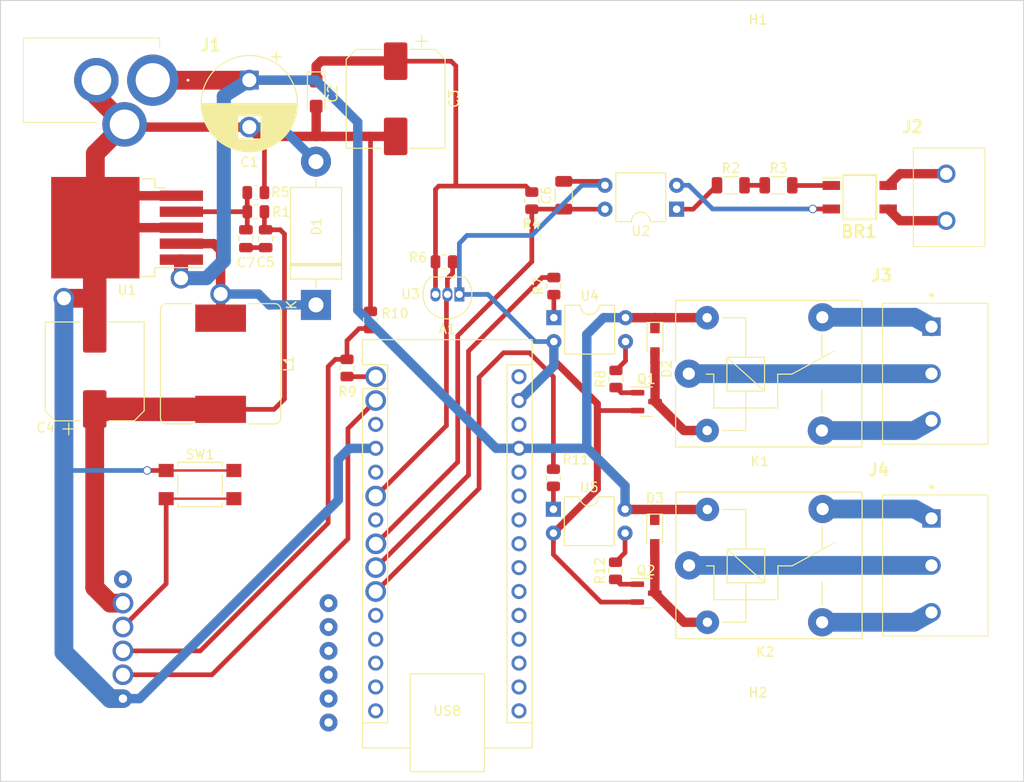
<source format=kicad_pcb>
(kicad_pcb (version 20211014) (generator pcbnew)
  (layers (0 "F.Cu" signal) (31 "B.Cu" signal) (34 "B.Paste" user) (35 "F.Paste" user) (36 "B.SilkS" user "B.Silkscreen") (37 "F.SilkS" user "F.Silkscreen") (38 "B.Mask" user) (39 "F.Mask" user) (44 "Edge.Cuts" user))
  (net 0 "")
  (net 1 "Net-(A1-Pad1)")
  (net 2 "Net-(A1-Pad2)")
  (net 3 "GND")
  (net 4 "Net-(A1-Pad6)")
  (net 5 "Mains_sence")
  (net 6 "Relay_1")
  (net 7 "Relay_2")
  (net 8 "+5V")
  (net 9 "Net-(BR1-Pad1)")
  (net 11 "Net-(BR1-Pad3)")
  (net 12 "Net-(BR1-Pad4)")
  (net 13 "VCC")
  (net 15 "Net-(D1-Pad1)")
  (net 16 "Net-(D2-Pad2)")
  (net 17 "Net-(D3-Pad2)")
  (net 18 "Net-(J3-Pad1)")
  (net 19 "Net-(J3-Pad2)")
  (net 20 "Net-(J3-Pad3)")
  (net 21 "Net-(J4-Pad3)")
  (net 22 "Net-(J4-Pad2)")
  (net 23 "Net-(J4-Pad1)")
  (net 24 "Net-(Q1-Pad1)")
  (net 25 "Net-(Q2-Pad1)")
  (net 27 "Net-(R2-Pad2)")
  (net 28 "Net-(R2-Pad1)")
  (net 29 "Net-(R7-Pad1)")
  (net 30 "Net-(R8-Pad2)")
  (net 32 "Net-(SW1-Pad2)")
  (net 40 "Net-(R11-Pad1)")
  (net 41 "Net-(R12-Pad2)")
  (net 59 "Net-(BR1-Pad2)")
  (net 60 "Net-(C5-Pad2)")
  (net 61 "Net-(C7-Pad2)")
  (net 62 "Net-(R10-Pad2)")
  (footprint "Resistor_SMD:R_1206_3216Metric" (layer "F.Cu") (at 165.256 80.417)
    (fp_text reference "R2" (at 0 -1.82) (layer "F.SilkS"))
    (fp_text value "150k")
    (pad "1" smd roundrect locked (at -1.4625 0) (size 1.125 1.75) (layers "F.Cu" "F.Paste" "F.Mask") (roundrect_rratio 0.2222222222) (net 28 "Net-(R2-Pad1)"))
    (pad "2" smd roundrect locked (at 1.4625 0) (size 1.125 1.75) (layers "F.Cu" "F.Paste" "F.Mask") (roundrect_rratio 0.2222222222) (net 27 "Net-(R2-Pad2)"))
  )
  (footprint "Package_TO_SOT_SMD:SOT-23" (layer "F.Cu") (at 156.247 123.812)
    (fp_text reference "Q2" (at 0 -2.4) (layer "F.SilkS"))
    (fp_text value "MMBT5551L")
    (pad "1" smd roundrect locked (at -0.9375 -0.95) (size 1.475 0.6) (layers "F.Cu" "F.Paste" "F.Mask") (net 25 "Net-(Q2-Pad1)"))
    (pad "2" smd roundrect locked (at -0.9375 0.95) (size 1.475 0.6) (layers "F.Cu" "F.Paste" "F.Mask") (net 3 "GND"))
    (pad "3" smd roundrect locked (at 0.9375 0) (size 1.475 0.6) (layers "F.Cu" "F.Paste" "F.Mask") (net 17 "Net-(D3-Pad2)"))
  )
  (footprint "Capacitor_SMD:C_0805_2012Metric" (layer "F.Cu") (at 115.8 86.1 -90)
    (fp_text reference "C5" (at 2.5 0 180) (layer "F.SilkS"))
    (fp_text value "22nf")
    (pad "1" smd roundrect (at -0.95 0 270) (size 1 1.45) (layers "F.Cu" "F.Paste" "F.Mask") (net 13 "VCC"))
    (pad "2" smd roundrect (at 0.95 0 270) (size 1 1.45) (layers "F.Cu" "F.Paste" "F.Mask") (net 60 "Net-(C5-Pad2)"))
  )
  (footprint "Relay_THT:Relay_SPDT_SANYOU_SRD_Series_Form_C" (layer "F.Cu") (at 160.822 120.862)
    (fp_text reference "K2" (at 8.1 9.2) (layer "F.SilkS"))
    (fp_text value "SANYOU_SRD_Form_C")
    (pad "1" thru_hole circle locked (at 0 0 90) (size 3 3) (drill 1.3) (layers *.Cu *.Mask) (net 22 "Net-(J4-Pad2)"))
    (pad "2" thru_hole circle locked (at 1.95 6.05 90) (size 2.5 2.5) (drill 1) (layers *.Cu *.Mask) (net 17 "Net-(D3-Pad2)"))
    (pad "3" thru_hole circle locked (at 14.15 6.05 90) (size 3 3) (drill 1.3) (layers *.Cu *.Mask) (net 21 "Net-(J4-Pad3)"))
    (pad "4" thru_hole circle locked (at 14.2 -6 90) (size 3 3) (drill 1.3) (layers *.Cu *.Mask) (net 23 "Net-(J4-Pad1)"))
    (pad "5" thru_hole circle locked (at 1.95 -5.95 90) (size 2.5 2.5) (drill 1) (layers *.Cu *.Mask) (net 8 "+5V"))
  )
  (footprint "Relay_THT:Relay_SPDT_SANYOU_SRD_Series_Form_C" (layer "F.Cu") (at 160.797 100.462)
    (fp_text reference "K1" (at 7.55 9.325) (layer "F.SilkS"))
    (fp_text value "SANYOU_SRD_Form_C")
    (pad "1" thru_hole circle locked (at 0 0 90) (size 3 3) (drill 1.3) (layers *.Cu *.Mask) (net 19 "Net-(J3-Pad2)"))
    (pad "2" thru_hole circle locked (at 1.95 6.05 90) (size 2.5 2.5) (drill 1) (layers *.Cu *.Mask) (net 16 "Net-(D2-Pad2)"))
    (pad "3" thru_hole circle locked (at 14.15 6.05 90) (size 3 3) (drill 1.3) (layers *.Cu *.Mask) (net 20 "Net-(J3-Pad3)"))
    (pad "4" thru_hole circle locked (at 14.2 -6 90) (size 3 3) (drill 1.3) (layers *.Cu *.Mask) (net 18 "Net-(J3-Pad1)"))
    (pad "5" thru_hole circle locked (at 1.95 -5.95 90) (size 2.5 2.5) (drill 1) (layers *.Cu *.Mask) (net 8 "+5V"))
  )
  (footprint "Package_TO_SOT_SMD:SOT-23" (layer "F.Cu") (at 156.272 103.437)
    (fp_text reference "Q1" (at 0 -2.4) (layer "F.SilkS"))
    (fp_text value "MMBT5551L")
    (pad "1" smd roundrect locked (at -0.9375 -0.95) (size 1.475 0.6) (layers "F.Cu" "F.Paste" "F.Mask") (net 24 "Net-(Q1-Pad1)"))
    (pad "2" smd roundrect locked (at -0.9375 0.95) (size 1.475 0.6) (layers "F.Cu" "F.Paste" "F.Mask") (net 3 "GND"))
    (pad "3" smd roundrect locked (at 0.9375 0) (size 1.475 0.6) (layers "F.Cu" "F.Paste" "F.Mask") (net 16 "Net-(D2-Pad2)"))
  )
  (footprint "Capacitor_SMD:C_0805_2012Metric" (layer "F.Cu") (at 113.7 86.1 90)
    (fp_text reference "C7" (at -2.55 0 180) (layer "F.SilkS"))
    (fp_text value "47nf")
    (pad "1" smd roundrect locked (at -0.95 0 90) (size 1 1.45) (layers "F.Cu" "F.Paste" "F.Mask") (net 60 "Net-(C5-Pad2)"))
    (pad "2" smd roundrect locked (at 0.95 0 90) (size 1 1.45) (layers "F.Cu" "F.Paste" "F.Mask") (net 61 "Net-(C7-Pad2)"))
  )
  (footprint "Resistor_SMD:R_0805_2012Metric" (layer "F.Cu") (at 146.397 111.537 90)
    (fp_text reference "R11" (at 1.937 2.403 180) (layer "F.SilkS"))
    (fp_text value "330")
    (pad "1" smd roundrect locked (at -0.9125 0 90) (size 1.025 1.4) (layers "F.Cu" "F.Paste" "F.Mask") (roundrect_rratio 0.243902439) (net 40 "Net-(R11-Pad1)"))
    (pad "2" smd roundrect locked (at 0.9125 0 90) (size 1.025 1.4) (layers "F.Cu" "F.Paste" "F.Mask") (roundrect_rratio 0.243902439) (net 7 "Relay_2"))
  )
  (footprint "Resistor_SMD:R_0805_2012Metric" (layer "F.Cu") (at 134.772 88.562)
    (fp_text reference "R6" (at -2.772 -0.462) (layer "F.SilkS"))
    (fp_text value "4.7k")
    (pad "1" smd roundrect locked (at -0.9125 0) (size 1.025 1.4) (layers "F.Cu" "F.Paste" "F.Mask") (roundrect_rratio 0.243902439) (net 8 "+5V"))
    (pad "2" smd roundrect locked (at 0.9125 0) (size 1.025 1.4) (layers "F.Cu" "F.Paste" "F.Mask") (roundrect_rratio 0.243902439) (net 4 "Net-(A1-Pad6)"))
  )
  (footprint "Package_TO_SOT_SMD:TO-263-5_TabPin3" (layer "F.Cu") (at 101.064 84.928 180)
    (fp_text reference "U1" (at 0 -6.65) (layer "F.SilkS"))
    (fp_text value "LM2596S-ADJ")
    (pad "1" smd rect locked (at -5.775 -3.4 180) (size 4.6 1.1) (layers "F.Cu" "F.Paste" "F.Mask") (net 8 "+5V"))
    (pad "2" smd rect locked (at -5.775 -1.7 180) (size 4.6 1.1) (layers "F.Cu" "F.Paste" "F.Mask") (net 15 "Net-(D1-Pad1)"))
    (pad "3" smd rect locked (at 3.375 0 180) (size 9.4 10.8) (layers "F.Cu" "F.Mask") (net 3 "GND"))
    (pad "3" smd rect locked (at -5.775 0 180) (size 4.6 1.1) (layers "F.Cu" "F.Paste" "F.Mask") (net 3 "GND"))
    (pad "4" smd rect locked (at -5.775 1.7 180) (size 4.6 1.1) (layers "F.Cu" "F.Paste" "F.Mask") (net 61 "Net-(C7-Pad2)"))
    (pad "5" smd rect locked (at -5.775 3.4 180) (size 4.6 1.1) (layers "F.Cu" "F.Paste" "F.Mask") (net 3 "GND"))
  )
  (footprint "Resistor_SMD:R_0805_2012Metric" (layer "F.Cu") (at 153.047 101.0245 90)
    (fp_text reference "R8" (at 0 -1.65 90) (layer "F.SilkS"))
    (fp_text value "R_Small")
    (pad "1" smd roundrect (at -0.9125 0 90) (size 1.025 1.4) (layers "F.Cu" "F.Paste" "F.Mask") (roundrect_rratio 0.243902439) (net 24 "Net-(Q1-Pad1)"))
    (pad "2" smd roundrect (at 0.9125 0 90) (size 1.025 1.4) (layers "F.Cu" "F.Paste" "F.Mask") (roundrect_rratio 0.243902439) (net 30 "Net-(R8-Pad2)"))
  )
  (footprint "MountingHole:MountingHole_2.7mm" (layer "F.Cu") (at 168.15 138.1)
    (fp_text reference "H2" (at 0 -3.7) (layer "F.SilkS"))
    (fp_text value "MountingHole")
    (pad "" np_thru_hole circle (at 0 0) (size 2.7 2.7) (drill 2.7) (layers *.Cu *.Mask))
  )
  (footprint "Capacitor_SMD:CP_Elec_10x10" (layer "F.Cu") (at 97.622 100.2195 90)
    (fp_text reference "C4" (at -5.9805 -5.222 180) (layer "F.SilkS"))
    (fp_text value "220uF")
    (pad "1" smd roundrect locked (at -4 0 90) (size 4 2.5) (layers "F.Cu" "F.Paste" "F.Mask") (roundrect_rratio 0.1) (net 13 "VCC"))
    (pad "2" smd roundrect locked (at 4 0 90) (size 4 2.5) (layers "F.Cu" "F.Paste" "F.Mask") (roundrect_rratio 0.1) (net 3 "GND"))
  )
  (footprint "Capacitor_Tantalum_SMD:CP_EIA-3216-10_Kemet-I" (layer "F.Cu") (at 121.172 70.662 -90)
    (fp_text reference "C2" (at 0 -1.75 90) (layer "F.SilkS"))
    (fp_text value "4.7uF")
    (pad "1" smd roundrect locked (at -1.35 0 270) (size 1.4 1.35) (layers "F.Cu" "F.Paste" "F.Mask") (roundrect_rratio 0.1851851852) (net 8 "+5V"))
    (pad "2" smd roundrect locked (at 1.35 0 270) (size 1.4 1.35) (layers "F.Cu" "F.Paste" "F.Mask") (roundrect_rratio 0.1851851852) (net 3 "GND"))
  )
  (footprint "Button_Switch_SMD:SW_SPST_TL3305A" (layer "F.Cu") (at 108.822 112.262)
    (fp_text reference "SW1" (at 0 -3.2) (layer "F.SilkS"))
    (fp_text value "SIM800_RST")
    (pad "1" smd rect locked (at -3.6 -1.5) (size 1.6 1.4) (layers "F.Cu" "F.Paste" "F.Mask") (net 3 "GND"))
    (pad "1" smd rect locked (at 3.6 -1.5) (size 1.6 1.4) (layers "F.Cu" "F.Paste" "F.Mask") (net 3 "GND"))
    (pad "2" smd rect locked (at 3.6 1.5) (size 1.6 1.4) (layers "F.Cu" "F.Paste" "F.Mask") (net 32 "Net-(SW1-Pad2)"))
    (pad "2" smd rect locked (at -3.6 1.5) (size 1.6 1.4) (layers "F.Cu" "F.Paste" "F.Mask") (net 32 "Net-(SW1-Pad2)"))
  )
  (footprint "Module:Arduino_Nano" (layer "F.Cu") (at 127.5 100.78)
    (fp_text reference "A1" (at 7.62 -5.08) (layer "F.SilkS"))
    (fp_text value "Arduino_Nano_v3.x")
    (fp_text user "USB" (at 7.62 35.56 unlocked) (layer "F.SilkS"))
    (pad "1" thru_hole rect (at 0 0) (size 1.6 1.6) (drill 1) (layers *.Cu *.Mask) (net 1 "Net-(A1-Pad1)"))
    (pad "2" thru_hole oval (at 0 2.54) (size 1.6 1.6) (drill 1) (layers *.Cu *.Mask) (net 2 "Net-(A1-Pad2)"))
    (pad "3" thru_hole oval (at 0 5.08) (size 1.6 1.6) (drill 1) (layers *.Cu *.Mask))
    (pad "4" thru_hole oval (at 0 7.62) (size 1.6 1.6) (drill 1) (layers *.Cu *.Mask) (net 3 "GND"))
    (pad "5" thru_hole oval (at 0 10.16) (size 1.6 1.6) (drill 1) (layers *.Cu *.Mask))
    (pad "6" thru_hole oval (at 0 12.7) (size 1.6 1.6) (drill 1) (layers *.Cu *.Mask) (net 4 "Net-(A1-Pad6)"))
    (pad "7" thru_hole oval (at 0 15.24) (size 1.6 1.6) (drill 1) (layers *.Cu *.Mask))
    (pad "8" thru_hole oval (at 0 17.78) (size 1.6 1.6) (drill 1) (layers *.Cu *.Mask) (net 5 "Mains_sence"))
    (pad "9" thru_hole oval (at 0 20.32) (size 1.6 1.6) (drill 1) (layers *.Cu *.Mask) (net 6 "Relay_1"))
    (pad "10" thru_hole oval (at 0 22.86) (size 1.6 1.6) (drill 1) (layers *.Cu *.Mask) (net 7 "Relay_2"))
    (pad "11" thru_hole oval (at 0 25.4) (size 1.6 1.6) (drill 1) (layers *.Cu *.Mask))
    (pad "12" thru_hole oval (at 0 27.94) (size 1.6 1.6) (drill 1) (layers *.Cu *.Mask))
    (pad "13" thru_hole oval (at 0 30.48) (size 1.6 1.6) (drill 1) (layers *.Cu *.Mask))
    (pad "14" thru_hole oval (at 0 33.02) (size 1.6 1.6) (drill 1) (layers *.Cu *.Mask))
    (pad "15" thru_hole oval (at 0 35.56) (size 1.6 1.6) (drill 1) (layers *.Cu *.Mask))
    (pad "16" thru_hole oval (at 15.24 35.56) (size 1.6 1.6) (drill 1) (layers *.Cu *.Mask))
    (pad "17" thru_hole oval (at 15.24 33.02) (size 1.6 1.6) (drill 1) (layers *.Cu *.Mask))
    (pad "18" thru_hole oval (at 15.24 30.48) (size 1.6 1.6) (drill 1) (layers *.Cu *.Mask))
    (pad "19" thru_hole oval (at 15.24 27.94) (size 1.6 1.6) (drill 1) (layers *.Cu *.Mask))
    (pad "20" thru_hole oval (at 15.24 25.4) (size 1.6 1.6) (drill 1) (layers *.Cu *.Mask))
    (pad "21" thru_hole oval (at 15.24 22.86) (size 1.6 1.6) (drill 1) (layers *.Cu *.Mask))
    (pad "22" thru_hole oval (at 15.24 20.32) (size 1.6 1.6) (drill 1) (layers *.Cu *.Mask))
    (pad "23" thru_hole oval (at 15.24 17.78) (size 1.6 1.6) (drill 1) (layers *.Cu *.Mask))
    (pad "24" thru_hole oval (at 15.24 15.24) (size 1.6 1.6) (drill 1) (layers *.Cu *.Mask))
    (pad "25" thru_hole oval (at 15.24 12.7) (size 1.6 1.6) (drill 1) (layers *.Cu *.Mask))
    (pad "26" thru_hole oval (at 15.24 10.16) (size 1.6 1.6) (drill 1) (layers *.Cu *.Mask))
    (pad "27" thru_hole oval (at 15.24 7.62) (size 1.6 1.6) (drill 1) (layers *.Cu *.Mask) (net 8 "+5V"))
    (pad "28" thru_hole oval (at 15.24 5.08) (size 1.6 1.6) (drill 1) (layers *.Cu *.Mask))
    (pad "29" thru_hole oval (at 15.24 2.54) (size 1.6 1.6) (drill 1) (layers *.Cu *.Mask) (net 3 "GND"))
    (pad "30" thru_hole oval (at 15.24 0) (size 1.6 1.6) (drill 1) (layers *.Cu *.Mask))
  )
  (footprint "Resistor_SMD:R_1206_3216Metric" (layer "F.Cu") (at 170.336 80.417)
    (fp_text reference "R3" (at 0 -1.82) (layer "F.SilkS"))
    (fp_text value "150k")
    (pad "1" smd roundrect locked (at -1.4625 0) (size 1.125 1.75) (layers "F.Cu" "F.Paste" "F.Mask") (roundrect_rratio 0.2222222222) (net 27 "Net-(R2-Pad2)"))
    (pad "2" smd roundrect locked (at 1.4625 0) (size 1.125 1.75) (layers "F.Cu" "F.Paste" "F.Mask") (roundrect_rratio 0.2222222222) (net 9 "Net-(BR1-Pad1)"))
  )
  (footprint "Screw_Terminal_1x3:Screw_Terminal_1x3" (layer "F.Cu") (at 186.6 95.462 -90)
    (fp_text reference "J3" (at -5.462 5.297 180) (layer "F.SilkS") (effects (font (size 1.27 1.27) (thickness 0.254))))
    (fp_text value "Screw_Terminal_1x3" hide)
    (pad "1" thru_hole rect (at 0 0 270) (size 1.95 1.95) (drill 1.3) (layers *.Cu *.Mask) (net 18 "Net-(J3-Pad1)"))
    (pad "2" thru_hole circle (at 5 0 270) (size 1.95 1.95) (drill 1.3) (layers *.Cu *.Mask) (net 19 "Net-(J3-Pad2)"))
    (pad "3" thru_hole circle (at 10 0 270) (size 1.95 1.95) (drill 1.3) (layers *.Cu *.Mask) (net 20 "Net-(J3-Pad3)"))
  )
  (footprint "Package_DIP:DIP-4_W7.62mm" (layer "F.Cu") (at 159.5 82.957 180)
    (fp_text reference "U2" (at 3.81 -2.33) (layer "F.SilkS"))
    (fp_text value "PC817")
    (pad "1" thru_hole rect locked (at 0 0 180) (size 1.6 1.6) (drill 0.8) (layers *.Cu *.Mask) (net 28 "Net-(R2-Pad1)"))
    (pad "2" thru_hole oval locked (at 0 2.54 180) (size 1.6 1.6) (drill 0.8) (layers *.Cu *.Mask) (net 59 "Net-(BR1-Pad2)"))
    (pad "3" thru_hole oval locked (at 7.62 2.54 180) (size 1.6 1.6) (drill 0.8) (layers *.Cu *.Mask) (net 3 "GND"))
    (pad "4" thru_hole oval locked (at 7.62 0 180) (size 1.6 1.6) (drill 0.8) (layers *.Cu *.Mask) (net 5 "Mains_sence"))
  )
  (footprint "Resistor_SMD:R_0805_2012Metric" (layer "F.Cu") (at 144.1 82.05 -90)
    (fp_text reference "R4" (at 2.487 0.021 180) (layer "F.SilkS"))
    (fp_text value "20k")
    (pad "1" smd roundrect locked (at -0.9125 0 270) (size 1.025 1.4) (layers "F.Cu" "F.Paste" "F.Mask") (roundrect_rratio 0.243902439) (net 8 "+5V"))
    (pad "2" smd roundrect locked (at 0.9125 0 270) (size 1.025 1.4) (layers "F.Cu" "F.Paste" "F.Mask") (roundrect_rratio 0.243902439) (net 5 "Mains_sence"))
  )
  (footprint "Screw_Terminal_1x2:TB00250002BE" (layer "F.Cu") (at 188.172 79.187 -90)
    (fp_text reference "J2" (at -4.987 3.572) (layer "F.SilkS") (effects (font (size 1.27 1.27) (thickness 0.254))))
    (fp_text value "TB002-500-02BE" hide)
    (pad "1" thru_hole circle (at 0 0 270) (size 1.95 1.95) (drill 1.3) (layers *.Cu *.Mask) (net 12 "Net-(BR1-Pad4)"))
    (pad "2" thru_hole circle (at 5 0 270) (size 1.95 1.95) (drill 1.3) (layers *.Cu *.Mask) (net 11 "Net-(BR1-Pad3)"))
  )
  (footprint "PJ-002BH:PJ002BH" (layer "F.Cu") (at 103.795 69.235 180)
    (fp_text reference "J1" (at -6.153 3.737) (layer "F.SilkS") (effects (font (size 1.27 1.27) (thickness 0.254))))
    (fp_text value "PJ-002BH" hide)
    (pad "1" thru_hole circle (at 0 0 180) (size 5.46 5.46) (drill 3.64) (layers *.Cu *.Mask) (net 8 "+5V"))
    (pad "2" thru_hole circle (at 6 0 180) (size 4.74 4.74) (drill 3.16) (layers *.Cu *.Mask) (net 3 "GND"))
    (pad "3" thru_hole circle (at 3 -4.7 180) (size 4.74 4.74) (drill 3.16) (layers *.Cu *.Mask) (net 3 "GND"))
  )
  (footprint "Package_TO_SOT_THT:TO-92_Inline" (layer "F.Cu") (at 136.397 92.027 180)
    (fp_text reference "U3" (at 5.197 0.027) (layer "F.SilkS"))
    (fp_text value "DS18B20")
    (pad "1" thru_hole rect locked (at 0 0 180) (size 1.05 1.5) (drill 0.75) (layers *.Cu *.Mask) (net 3 "GND"))
    (pad "2" thru_hole oval locked (at 1.27 0 180) (size 1.05 1.5) (drill 0.75) (layers *.Cu *.Mask) (net 4 "Net-(A1-Pad6)"))
    (pad "3" thru_hole oval locked (at 2.54 0 180) (size 1.05 1.5) (drill 0.75) (layers *.Cu *.Mask) (net 8 "+5V"))
  )
  (footprint "Package_DIP:DIP-4_W7.62mm" (layer "F.Cu") (at 146.445 94.505)
    (fp_text reference "U4" (at 3.81 -2.33) (layer "F.SilkS"))
    (fp_text value "PC817")
    (pad "1" thru_hole rect locked (at 0 0) (size 1.6 1.6) (drill 0.8) (layers *.Cu *.Mask) (net 29 "Net-(R7-Pad1)"))
    (pad "2" thru_hole oval locked (at 0 2.54) (size 1.6 1.6) (drill 0.8) (layers *.Cu *.Mask) (net 3 "GND"))
    (pad "3" thru_hole oval locked (at 7.62 2.54) (size 1.6 1.6) (drill 0.8) (layers *.Cu *.Mask) (net 30 "Net-(R8-Pad2)"))
    (pad "4" thru_hole oval locked (at 7.62 0) (size 1.6 1.6) (drill 0.8) (layers *.Cu *.Mask) (net 8 "+5V"))
  )
  (footprint "Resistor_SMD:R_0805_2012Metric" (layer "F.Cu") (at 114.756 83.226 180)
    (fp_text reference "R1" (at -2.694 -0.024) (layer "F.SilkS"))
    (fp_text value "4.3K")
    (pad "1" smd roundrect locked (at -0.9125 0 180) (size 1.025 1.4) (layers "F.Cu" "F.Paste" "F.Mask") (roundrect_rratio 0.243902439) (net 13 "VCC"))
    (pad "2" smd roundrect locked (at 0.9125 0 180) (size 1.025 1.4) (layers "F.Cu" "F.Paste" "F.Mask") (roundrect_rratio 0.243902439) (net 61 "Net-(C7-Pad2)"))
  )
  (footprint "Resistor_SMD:R_0805_2012Metric" (layer "F.Cu") (at 146.445 91.1425 90)
    (fp_text reference "R7" (at 0 -1.65 90) (layer "F.SilkS"))
    (fp_text value "330")
    (pad "1" smd roundrect locked (at -0.9125 0 90) (size 1.025 1.4) (layers "F.Cu" "F.Paste" "F.Mask") (roundrect_rratio 0.243902439) (net 29 "Net-(R7-Pad1)"))
    (pad "2" smd roundrect locked (at 0.9125 0 90) (size 1.025 1.4) (layers "F.Cu" "F.Paste" "F.Mask") (roundrect_rratio 0.243902439) (net 6 "Relay_1"))
  )
  (footprint "MountingHole:MountingHole_2.7mm" (layer "F.Cu") (at 168.15 66.5)
    (fp_text reference "H1" (at 0 -3.7) (layer "F.SilkS"))
    (fp_text value "MountingHole")
    (pad "" np_thru_hole circle (at 0 0) (size 2.7 2.7) (drill 2.7) (layers *.Cu *.Mask))
  )
  (footprint "Diode_THT:D_DO-201AD_P15.24mm_Horizontal" (layer "F.Cu") (at 121.15 93.14 90)
    (fp_text reference "D1" (at 8.34 0.05 90) (layer "F.SilkS"))
    (fp_text value "1N5822")
    (fp_text user "K" (at 0 -2.6 90) (layer "F.SilkS"))
    (pad "1" thru_hole rect locked (at 0 0 90) (size 3.2 3.2) (drill 1.6) (layers *.Cu *.Mask) (net 15 "Net-(D1-Pad1)"))
    (pad "2" thru_hole oval locked (at 15.24 0 90) (size 3.2 3.2) (drill 1.6) (layers *.Cu *.Mask) (net 3 "GND"))
  )
  (footprint "Resistor_SMD:R_0805_2012Metric" (layer "F.Cu") (at 153 121.4375 90)
    (fp_text reference "R12" (at 0 -1.65 90) (layer "F.SilkS"))
    (fp_text value "R_Small")
    (pad "1" smd roundrect (at -0.9125 0 90) (size 1.025 1.4) (layers "F.Cu" "F.Paste" "F.Mask") (roundrect_rratio 0.243902439) (net 25 "Net-(Q2-Pad1)"))
    (pad "2" smd roundrect (at 0.9125 0 90) (size 1.025 1.4) (layers "F.Cu" "F.Paste" "F.Mask") (roundrect_rratio 0.243902439) (net 41 "Net-(R12-Pad2)"))
  )
  (footprint "Diode_SMD:D_SOD-323_HandSoldering" (layer "F.Cu") (at 157.172 117.312 -90)
    (fp_text reference "D3" (at -3.612 -0.028) (layer "F.SilkS"))
    (fp_text value "SM4007")
    (pad "1" smd rect (at -1.25 0 270) (size 1 1) (layers "F.Cu" "F.Paste" "F.Mask") (net 8 "+5V"))
    (pad "2" smd rect (at 1.25 0 270) (size 1 1) (layers "F.Cu" "F.Paste" "F.Mask") (net 17 "Net-(D3-Pad2)"))
  )
  (footprint "Resistor_SMD:R_0805_2012Metric" (layer "F.Cu") (at 124.45 99.85 90)
    (fp_text reference "R9" (at -2.55 0.05 180) (layer "F.SilkS"))
    (fp_text value "3k")
    (pad "1" smd roundrect locked (at -0.9125 0 90) (size 1.025 1.4) (layers "F.Cu" "F.Paste" "F.Mask") (roundrect_rratio 0.243902439) (net 1 "Net-(A1-Pad1)"))
    (pad "2" smd roundrect locked (at 0.9125 0 90) (size 1.025 1.4) (layers "F.Cu" "F.Paste" "F.Mask") (roundrect_rratio 0.243902439) (net 62 "Net-(R10-Pad2)"))
  )
  (footprint "Resistor_SMD:R_0805_2012Metric" (layer "F.Cu") (at 126.95 94.75 -90)
    (fp_text reference "R10" (at -0.7 -2.6) (layer "F.SilkS"))
    (fp_text value "12k")
    (pad "1" smd roundrect locked (at -0.9125 0 270) (size 1.025 1.4) (layers "F.Cu" "F.Paste" "F.Mask") (roundrect_rratio 0.243902439) (net 3 "GND"))
    (pad "2" smd roundrect locked (at 0.9125 0 270) (size 1.025 1.4) (layers "F.Cu" "F.Paste" "F.Mask") (roundrect_rratio 0.243902439) (net 62 "Net-(R10-Pad2)"))
  )
  (footprint "Capacitor_SMD:C_1206_3216Metric" (layer "F.Cu") (at 147.495 81.475 90)
    (fp_text reference "C6" (at 0 -1.85 90) (layer "F.SilkS"))
    (fp_text value "10uf")
    (pad "1" smd roundrect (at -1.475 0 90) (size 1.15 1.8) (layers "F.Cu" "F.Paste" "F.Mask") (roundrect_rratio 0.2173913043) (net 5 "Mains_sence"))
    (pad "2" smd roundrect (at 1.475 0 90) (size 1.15 1.8) (layers "F.Cu" "F.Paste" "F.Mask") (roundrect_rratio 0.2173913043) (net 3 "GND"))
  )
  (footprint "Diode_SMD:D_SOD-323_HandSoldering" (layer "F.Cu") (at 157.197 96.905 -90)
    (fp_text reference "D2" (at 3.045 -1.253 -90) (layer "F.SilkS"))
    (fp_text value "SM4007")
    (pad "1" smd rect (at -1.25 0 270) (size 1 1) (layers "F.Cu" "F.Paste" "F.Mask") (net 8 "+5V"))
    (pad "2" smd rect (at 1.25 0 270) (size 1 1) (layers "F.Cu" "F.Paste" "F.Mask") (net 16 "Net-(D2-Pad2)"))
  )
  (footprint "Capacitor_THT:CP_Radial_D10.0mm_P5.00mm" (layer "F.Cu") (at 114.06 69.225323 -90)
    (fp_text reference "C1" (at 8.717677 0) (layer "F.SilkS"))
    (fp_text value "2200uF")
    (pad "1" thru_hole rect locked (at 0 0 270) (size 2 2) (drill 1) (layers *.Cu *.Mask) (net 8 "+5V"))
    (pad "2" thru_hole circle locked (at 5 0 270) (size 2 2) (drill 1) (layers *.Cu *.Mask) (net 3 "GND"))
  )
  (footprint "Screw_Terminal_1x3:Screw_Terminal_1x3" (layer "F.Cu") (at 186.6 115.862 -90)
    (fp_text reference "J4" (at -5.162 5.597 180) (layer "F.SilkS") (effects (font (size 1.27 1.27) (thickness 0.254))))
    (fp_text value "Screw_Terminal_1x3" hide)
    (pad "1" thru_hole rect (at 0 0 270) (size 1.95 1.95) (drill 1.3) (layers *.Cu *.Mask) (net 23 "Net-(J4-Pad1)"))
    (pad "2" thru_hole circle (at 5 0 270) (size 1.95 1.95) (drill 1.3) (layers *.Cu *.Mask) (net 22 "Net-(J4-Pad2)"))
    (pad "3" thru_hole circle (at 10 0 270) (size 1.95 1.95) (drill 1.3) (layers *.Cu *.Mask) (net 21 "Net-(J4-Pad3)"))
  )
  (footprint "Capacitor_SMD:CP_Elec_10x10" (layer "F.Cu") (at 129.622 71.212 -90)
    (fp_text reference "C3" (at 0 -6.2 90) (layer "F.SilkS"))
    (fp_text value "100uF")
    (pad "1" smd roundrect locked (at -4 0 270) (size 4 2.5) (layers "F.Cu" "F.Paste" "F.Mask") (roundrect_rratio 0.1) (net 8 "+5V"))
    (pad "2" smd roundrect locked (at 4 0 270) (size 4 2.5) (layers "F.Cu" "F.Paste" "F.Mask") (roundrect_rratio 0.1) (net 3 "GND"))
  )
  (footprint "Resistor_SMD:R_0805_2012Metric" (layer "F.Cu") (at 114.756 81.194)
    (fp_text reference "R5" (at 2.594 -0.044) (layer "F.SilkS"))
    (fp_text value "2K")
    (pad "1" smd roundrect locked (at -0.9125 0) (size 1.025 1.4) (layers "F.Cu" "F.Paste" "F.Mask") (roundrect_rratio 0.243902439) (net 61 "Net-(C7-Pad2)"))
    (pad "2" smd roundrect locked (at 0.9125 0) (size 1.025 1.4) (layers "F.Cu" "F.Paste" "F.Mask") (roundrect_rratio 0.243902439) (net 3 "GND"))
  )
  (footprint "SIM800L:SIM800L" (layer "F.Cu") (at 100.622 122.337)
    (fp_text reference "U6")
    (fp_text value "SIM800L-CORE")
    (pad "1" thru_hole circle (at 0 0) (size 1.9 1.9) (drill 0.9) (layers *.Cu *.Mask))
    (pad "2" thru_hole circle (at 0 2.54) (size 1.9 1.9) (drill 0.9) (layers *.Cu *.Mask) (net 13 "VCC"))
    (pad "3" thru_hole circle (at 0 5.08) (size 1.9 1.9) (drill 0.9) (layers *.Cu *.Mask) (net 32 "Net-(SW1-Pad2)"))
    (pad "4" thru_hole circle (at 0 7.62) (size 1.9 1.9) (drill 0.9) (layers *.Cu *.Mask) (net 62 "Net-(R10-Pad2)"))
    (pad "5" thru_hole circle (at 0 10.16) (size 1.9 1.9) (drill 0.9) (layers *.Cu *.Mask) (net 2 "Net-(A1-Pad2)"))
    (pad "6" thru_hole circle (at 0 12.7) (size 1.9 1.9) (drill 0.9) (layers *.Cu *.Mask) (net 3 "GND"))
    (pad "7" thru_hole circle (at 21.87 15.24) (size 1.9 1.9) (drill 0.9) (layers *.Cu *.Mask))
    (pad "8" thru_hole circle (at 21.87 12.7) (size 1.9 1.9) (drill 0.9) (layers *.Cu *.Mask))
    (pad "9" thru_hole circle (at 21.87 10.16) (size 1.9 1.9) (drill 0.9) (layers *.Cu *.Mask))
    (pad "10" thru_hole circle (at 21.87 7.62) (size 1.9 1.9) (drill 0.9) (layers *.Cu *.Mask))
    (pad "11" thru_hole circle (at 21.87 5.08) (size 1.9 1.9) (drill 0.9) (layers *.Cu *.Mask))
    (pad "12" thru_hole circle (at 21.87 2.54) (size 1.9 1.9) (drill 0.9) (layers *.Cu *.Mask))
  )
  (footprint "Package_DIP:DIP-4_W7.62mm" (layer "F.Cu") (at 146.397 114.887)
    (fp_text reference "U5" (at 3.81 -2.33) (layer "F.SilkS"))
    (fp_text value "PC817")
    (pad "1" thru_hole rect locked (at 0 0) (size 1.6 1.6) (drill 0.8) (layers *.Cu *.Mask) (net 40 "Net-(R11-Pad1)"))
    (pad "2" thru_hole oval locked (at 0 2.54) (size 1.6 1.6) (drill 0.8) (layers *.Cu *.Mask) (net 3 "GND"))
    (pad "3" thru_hole oval locked (at 7.62 2.54) (size 1.6 1.6) (drill 0.8) (layers *.Cu *.Mask) (net 41 "Net-(R12-Pad2)"))
    (pad "4" thru_hole oval locked (at 7.62 0) (size 1.6 1.6) (drill 0.8) (layers *.Cu *.Mask) (net 8 "+5V"))
  )
  (footprint "Inductor_SMD:L_Bourns_SRR1260" (layer "F.Cu") (at 111.012 99.406 -90)
    (fp_text reference "L1" (at 0 -7.25 90) (layer "F.SilkS"))
    (fp_text value "33uH")
    (pad "1" smd rect locked (at -4.85 0 270) (size 2.9 5.4) (layers "F.Cu" "F.Paste" "F.Mask") (net 15 "Net-(D1-Pad1)"))
    (pad "2" smd rect locked (at 4.85 0 270) (size 2.9 5.4) (layers "F.Cu" "F.Paste" "F.Mask") (net 13 "VCC"))
  )
  (footprint "B10S:SOP250P700X290-4N" (layer "F.Cu") (at 178.972 81.687)
    (fp_text reference "BR1" (at -0.072 3.663) (layer "F.SilkS") (effects (font (size 1.27 1.27) (thickness 0.254))))
    (fp_text value "B10S_R2_00001" hide)
    (pad "1" smd rect (at -3.025 -1.25 90) (size 0.95 1.85) (layers "F.Cu" "F.Paste" "F.Mask") (net 9 "Net-(BR1-Pad1)"))
    (pad "2" smd rect (at -3.025 1.25 90) (size 0.95 1.85) (layers "F.Cu" "F.Paste" "F.Mask") (net 59 "Net-(BR1-Pad2)"))
    (pad "3" smd rect (at 3.025 1.25 90) (size 0.95 1.85) (layers "F.Cu" "F.Paste" "F.Mask") (net 11 "Net-(BR1-Pad3)"))
    (pad "4" smd rect (at 3.025 -1.25 90) (size 0.95 1.85) (layers "F.Cu" "F.Paste" "F.Mask") (net 12 "Net-(BR1-Pad4)"))
  )
  (gr_rect (start 87.6 60.75) (end 196.4 143.85) (layer "Edge.Cuts") (width 0.1) (fill none))
  (segment (start 127.5 100.78) (end 124.4675 100.78) (width 0.5) (layer "F.Cu") (net 1))
  (segment (start 124.4675 100.78) (end 124.45 100.7625) (width 0.5) (layer "F.Cu") (net 1))
  (via (at 127.5 100.78) (size 2.2) (drill 1.5) (layers "F.Cu" "B.Cu") (net 1))
  (segment (start 124.547 118.037) (end 110.087 132.497) (width 0.5) (layer "F.Cu") (net 2))
  (segment (start 110.087 132.497) (end 100.622 132.497) (width 0.5) (layer "F.Cu") (net 2))
  (segment (start 127.522 103.327) (end 124.547 106.302) (width 0.5) (layer "F.Cu") (net 2))
  (segment (start 124.547 106.302) (end 124.547 118.037) (width 0.5) (layer "F.Cu") (net 2))
  (via (at 127.5 103.32) (size 2.2) (drill 1.5) (layers "F.Cu" "B.Cu") (net 2))
  (via (at 100.622 132.497) (size 2.2) (drill 1.5) (layers "F.Cu" "B.Cu") (net 2))
  (segment (start 115.022 75.212) (end 114.06 74.25) (width 1) (layer "F.Cu") (net 3))
  (segment (start 121.972 75.212) (end 126.762 75.212) (width 1) (layer "F.Cu") (net 3))
  (segment (start 151.463 80) (end 151.88 80.417) (width 0.5) (layer "F.Cu") (net 3))
  (segment (start 151.072 104.387) (end 155.3345 104.387) (width 0.5) (layer "F.Cu") (net 3))
  (segment (start 151.072 104.387) (end 151.072 112.752) (width 0.75) (layer "F.Cu") (net 3))
  (segment (start 121.934 75.212) (end 121.972 75.212) (width 1) (layer "F.Cu") (net 3))
  (segment (start 151.447 124.762) (end 155.3095 124.762) (width 0.5) (layer "F.Cu") (net 3))
  (segment (start 94.347 92.437) (end 97.522 92.437) (width 2) (layer "F.Cu") (net 3))
  (segment (start 151.072 103.662) (end 151.072 104.387) (width 0.75) (layer "F.Cu") (net 3))
  (segment (start 147.495 80) (end 151.463 80) (width 0.5) (layer "F.Cu") (net 3))
  (segment (start 146.397 117.427) (end 146.397 119.712) (width 0.5) (layer "F.Cu") (net 3))
  (segment (start 151.072 112.752) (end 146.397 117.427) (width 0.75) (layer "F.Cu") (net 3))
  (segment (start 97.689 77.041) (end 100.795 73.935) (width 2) (layer "F.Cu") (net 3))
  (segment (start 114.06 74.25) (end 114.06 74.225323) (width 1) (layer "F.Cu") (net 3))
  (segment (start 115.712 75.212) (end 115.022 75.212) (width 1) (layer "F.Cu") (net 3))
  (segment (start 121.172 75.212) (end 120.997 75.212) (width 1) (layer "F.Cu") (net 3))
  (segment (start 105.222 110.762) (end 112.422 110.762) (width 0.25) (layer "F.Cu") (net 3))
  (segment (start 106.839 84.928) (end 97.689 84.928) (width 1) (layer "F.Cu") (net 3))
  (segment (start 106.839 81.528) (end 97.689 81.528) (width 1) (layer "F.Cu") (net 3))
  (segment (start 146.445 99.035) (end 151.072 103.662) (width 0.75) (layer "F.Cu") (net 3))
  (segment (start 115.6685 75.2555) (end 115.712 75.212) (width 0.5) (layer "F.Cu") (net 3))
  (segment (start 126.95 93.8375) (end 126.95 75.4) (width 0.5) (layer "F.Cu") (net 3))
  (segment (start 97.795 69.235) (end 97.795 70.935) (width 2) (layer "F.Cu") (net 3))
  (segment (start 126.95 75.4) (end 126.762 75.212) (width 0.5) (layer "F.Cu") (net 3))
  (segment (start 97.622 92.337) (end 97.622 84.995) (width 2.5) (layer "F.Cu") (net 3))
  (segment (start 126.762 75.212) (end 129.622 75.212) (width 1) (layer "F.Cu") (net 3))
  (segment (start 97.689 84.928) (end 97.689 77.041) (width 2) (layer "F.Cu") (net 3))
  (segment (start 103.197 110.762) (end 105.222 110.762) (width 0.5) (layer "F.Cu") (net 3))
  (segment (start 114.06 74.225323) (end 101.495901 74.225323) (width 1) (layer "F.Cu") (net 3))
  (segment (start 121.172 72.012) (end 121.172 75.212) (width 1) (layer "F.Cu") (net 3))
  (segment (start 146.397 119.712) (end 151.447 124.762) (width 0.5) (layer "F.Cu") (net 3))
  (segment (start 97.622 84.995) (end 97.689 84.928) (width 2.5) (layer "F.Cu") (net 3))
  (segment (start 121.972 75.212) (end 120.997 75.212) (width 1) (layer "F.Cu") (net 3))
  (segment (start 115.6685 81.194) (end 115.6685 75.2555) (width 0.5) (layer "F.Cu") (net 3))
  (segment (start 146.445 97.045) (end 146.445 99.035) (width 0.75) (layer "F.Cu") (net 3))
  (segment (start 120.997 75.212) (end 115.712 75.212) (width 1) (layer "F.Cu") (net 3))
  (segment (start 97.622 96.2195) (end 97.622 92.337) (width 2.5) (layer "F.Cu") (net 3))
  (segment (start 97.795 70.935) (end 100.795 73.935) (width 2) (layer "F.Cu") (net 3))
  (via (at 114.06 74.225323) (size 2.2) (drill 1.5) (layers "F.Cu" "B.Cu") (net 3))
  (via (at 94.347 92.437) (size 2.2) (drill 1.5) (layers "F.Cu" "B.Cu") (net 3))
  (via (at 103.197 110.762) (size 0.9) (drill 0.7) (layers "F.Cu" "B.Cu") (net 3))
  (arc (start 101.495901 74.225323) (mid 101.116576 74.149871) (end 100.795 73.935) (width 1) (layer "F.Cu") (net 3))
  (segment (start 103.197 110.762) (end 95.047 110.762) (width 0.5) (layer "B.Cu") (net 3))
  (segment (start 123.522 109.578) (end 124.693 108.407) (width 1) (layer "B.Cu") (net 3))
  (segment (start 151.88 80.417) (end 149.433 80.417) (width 0.5) (layer "B.Cu") (net 3))
  (segment (start 94.347 111.462) (end 94.347 130.105502) (width 2) (layer "B.Cu") (net 3))
  (segment (start 114.06 74.225323) (end 117.475323 74.225323) (width 1) (layer "B.Cu") (net 3))
  (segment (start 144.445 97.045) (end 139.427 92.027) (width 0.5) (layer "B.Cu") (net 3))
  (segment (start 102.397 135.037) (end 123.522 113.912) (width 1) (layer "B.Cu") (net 3))
  (segment (start 95.047 110.762) (end 94.347 111.462) (width 0.5) (layer "B.Cu") (net 3))
  (segment (start 94.347 130.105502) (end 99.278498 135.037) (width 2) (layer "B.Cu") (net 3))
  (segment (start 94.347 92.437) (end 94.347 111.462) (width 2) (layer "B.Cu") (net 3))
  (segment (start 117.475323 74.225323) (end 121.15 77.9) (width 1) (layer "B.Cu") (net 3))
  (segment (start 146.445 99.644) (end 146.445 97.045) (width 1) (layer "B.Cu") (net 3))
  (segment (start 144.0975 85.7525) (end 137.2 85.75) (width 0.5) (layer "B.Cu") (net 3))
  (segment (start 136.397 86.6) (end 136.397 92.027) (width 0.5) (layer "B.Cu") (net 3))
  (segment (start 100.622 135.037) (end 102.397 135.037) (width 1) (layer "B.Cu") (net 3))
  (segment (start 137.2 85.75) (end 136.397 86.6) (width 0.5) (layer "B.Cu") (net 3))
  (segment (start 139.427 92.027) (end 136.397 92.027) (width 0.5) (layer "B.Cu") (net 3))
  (segment (start 142.762 103.327) (end 146.445 99.644) (width 1) (layer "B.Cu") (net 3))
  (segment (start 146.445 97.045) (end 144.445 97.045) (width 0.5) (layer "B.Cu") (net 3))
  (segment (start 124.693 108.407) (end 127.522 108.407) (width 1) (layer "B.Cu") (net 3))
  (segment (start 99.278498 135.037) (end 100.622 135.037) (width 2) (layer "B.Cu") (net 3))
  (segment (start 123.522 113.912) (end 123.522 109.578) (width 1) (layer "B.Cu") (net 3))
  (segment (start 149.433 80.417) (end 144.0975 85.7525) (width 0.5) (layer "B.Cu") (net 3))
  (segment (start 135.127 90.332) (end 135.127 92.027) (width 0.5) (layer "F.Cu") (net 4))
  (segment (start 135.022 92.132) (end 135.022 105.987) (width 0.5) (layer "F.Cu") (net 4))
  (segment (start 135.6845 89.7745) (end 135.127 90.332) (width 0.5) (layer "F.Cu") (net 4))
  (segment (start 127.5545 113.4545) (end 127.522 113.487) (width 0.5) (layer "F.Cu") (net 4))
  (segment (start 135.022 105.987) (end 127.5545 113.4545) (width 0.5) (layer "F.Cu") (net 4))
  (segment (start 135.127 92.027) (end 135.022 92.132) (width 0.5) (layer "F.Cu") (net 4))
  (segment (start 135.6845 88.562) (end 135.6845 89.7745) (width 0.5) (layer "F.Cu") (net 4))
  (via (at 127.5 113.48) (size 2.2) (drill 1.5) (layers "F.Cu" "B.Cu") (net 4))
  (segment (start 136.222 109.867) (end 127.522 118.567) (width 0.5) (layer "F.Cu") (net 5))
  (segment (start 151.88 82.957) (end 147.502 82.957) (width 0.5) (layer "F.Cu") (net 5))
  (segment (start 136.222 96.422051) (end 136.222 109.867) (width 0.5) (layer "F.Cu") (net 5))
  (segment (start 144.1 82.9625) (end 144.1 88.544051) (width 0.5) (layer "F.Cu") (net 5))
  (segment (start 144.1125 82.95) (end 144.1 82.9625) (width 0.5) (layer "F.Cu") (net 5))
  (segment (start 147.495 82.95) (end 144.1125 82.95) (width 0.5) (layer "F.Cu") (net 5))
  (segment (start 144.1 88.544051) (end 136.222 96.422051) (width 0.5) (layer "F.Cu") (net 5))
  (via (at 127.522 118.567) (size 2.2) (drill 1.5) (layers "F.Cu" "B.Cu") (net 5))
  (segment (start 145.204 90.23) (end 137.372 98.062) (width 0.5) (layer "F.Cu") (net 6))
  (segment (start 146.445 90.23) (end 145.204 90.23) (width 0.5) (layer "F.Cu") (net 6))
  (segment (start 137.372 111.257) (end 127.522 121.107) (width 0.5) (layer "F.Cu") (net 6))
  (segment (start 137.372 98.062) (end 137.372 111.257) (width 0.5) (layer "F.Cu") (net 6))
  (via (at 127.5 121.1) (size 2.2) (drill 1.5) (layers "F.Cu" "B.Cu") (net 6))
  (segment (start 138.497 112.672) (end 127.522 123.647) (width 0.5) (layer "F.Cu") (net 7))
  (segment (start 141.097 98.237) (end 138.497 100.837) (width 0.5) (layer "F.Cu") (net 7))
  (segment (start 138.497 100.837) (end 138.497 112.672) (width 0.5) (layer "F.Cu") (net 7))
  (segment (start 146.397 110.6245) (end 146.397 100.787) (width 0.5) (layer "F.Cu") (net 7))
  (segment (start 143.847 98.237) (end 141.097 98.237) (width 0.5) (layer "F.Cu") (net 7))
  (segment (start 146.397 100.787) (end 143.847 98.237) (width 0.5) (layer "F.Cu") (net 7))
  (via (at 127.5 123.64) (size 2.2) (drill 1.5) (layers "F.Cu" "B.Cu") (net 7))
  (segment (start 129.597 67.187) (end 129.622 67.212) (width 1) (layer "F.Cu") (net 8))
  (segment (start 157.197 94.505) (end 162.74 94.505) (width 1) (layer "F.Cu") (net 8))
  (segment (start 135.522 67.212) (end 136.021 67.711) (width 0.5) (layer "F.Cu") (net 8))
  (segment (start 133.8595 80.8495) (end 133.8595 88.562) (width 0.5) (layer "F.Cu") (net 8))
  (segment (start 106.8 90.3) (end 106.8 88.5) (width 1.5) (layer "F.Cu") (net 8))
  (segment (start 157.197 95.655) (end 157.197 94.505) (width 1) (layer "F.Cu") (net 8))
  (segment (start 154.065 94.505) (end 157.197 94.505) (width 1) (layer "F.Cu") (net 8))
  (segment (start 154.042 114.912) (end 154.017 114.887) (width 1) (layer "F.Cu") (net 8))
  (segment (start 121.697 67.187) (end 121.172 67.712) (width 1) (layer "F.Cu") (net 8))
  (segment (start 114.06 69.225323) (end 121.085323 69.225323) (width 1) (layer "F.Cu") (net 8))
  (segment (start 103.795 69.235) (end 114.050323 69.235) (width 2) (layer "F.Cu") (net 8))
  (segment (start 157.172 114.912) (end 154.042 114.912) (width 1) (layer "F.Cu") (net 8))
  (segment (start 136.021 67.711) (end 136.021 80.5005) (width 0.5) (layer "F.Cu") (net 8))
  (segment (start 143.463 80.5005) (end 136.021 80.5005) (width 0.5) (layer "F.Cu") (net 8))
  (segment (start 129.622 67.212) (end 135.522 67.212) (width 0.5) (layer "F.Cu") (net 8))
  (segment (start 144.1 81.1375) (end 143.463 80.5005) (width 0.5) (layer "F.Cu") (net 8))
  (segment (start 121.085323 69.225323) (end 121.172 69.312) (width 1) (layer "F.Cu") (net 8))
  (segment (start 121.172 67.712) (end 121.172 69.312) (width 1) (layer "F.Cu") (net 8))
  (segment (start 133.8595 92.0245) (end 133.857 92.027) (width 0.5) (layer "F.Cu") (net 8))
  (segment (start 157.172 116.062) (end 157.172 114.912) (width 1) (layer "F.Cu") (net 8))
  (segment (start 134.2085 80.5005) (end 133.8595 80.8495) (width 0.5) (layer "F.Cu") (net 8))
  (segment (start 133.8595 88.562) (end 133.8595 92.0245) (width 0.5) (layer "F.Cu") (net 8))
  (segment (start 162.74 94.505) (end 162.747 94.512) (width 1) (layer "F.Cu") (net 8))
  (segment (start 121.697 67.187) (end 129.597 67.187) (width 1) (layer "F.Cu") (net 8))
  (segment (start 136.021 80.5005) (end 134.2085 80.5005) (width 0.5) (layer "F.Cu") (net 8))
  (segment (start 114.050323 69.235) (end 114.06 69.225323) (width 2) (layer "F.Cu") (net 8))
  (segment (start 157.172 114.912) (end 162.772 114.912) (width 1) (layer "F.Cu") (net 8))
  (via (at 114.06 69.225323) (size 2.2) (drill 1.5) (layers "F.Cu" "B.Cu") (net 8))
  (via (at 106.8 90.3) (size 2.2) (drill 1.5) (layers "F.Cu" "B.Cu") (net 8))
  (segment (start 154.065 94.505) (end 151.729 94.505) (width 1) (layer "B.Cu") (net 8))
  (segment (start 149.947 108.337) (end 150.017 108.407) (width 1) (layer "B.Cu") (net 8))
  (segment (start 150.01 108.4) (end 150.017 108.407) (width 1) (layer "B.Cu") (net 8))
  (segment (start 125.594631 73.694631) (end 121.125323 69.225323) (width 1) (layer "B.Cu") (net 8))
  (segment (start 149.947 96.287) (end 149.947 108.337) (width 1) (layer "B.Cu") (net 8))
  (segment (start 121.125323 69.225323) (end 114.06 69.225323) (width 1) (layer "B.Cu") (net 8))
  (segment (start 150.017 108.407) (end 154.017 112.407) (width 1) (layer "B.Cu") (net 8))
  (segment (start 154.017 112.407) (end 154.017 114.887) (width 1) (layer "B.Cu") (net 8))
  (segment (start 142.74 108.4) (end 140.3 108.4) (width 1) (layer "B.Cu") (net 8))
  (segment (start 106.8 90.3) (end 109.5 90.3) (width 1.5) (layer "B.Cu") (net 8))
  (segment (start 125.6 93.7) (end 125.6 93.1) (width 1) (layer "B.Cu") (net 8))
  (segment (start 151.729 94.505) (end 149.947 96.287) (width 1) (layer "B.Cu") (net 8))
  (segment (start 125.6 93.1) (end 125.594631 73.694631) (width 1) (layer "B.Cu") (net 8))
  (segment (start 111.35 88.45) (end 109.5 90.3) (width 1.5) (layer "B.Cu") (net 8))
  (segment (start 111.35 70.925323) (end 114.06 69.225323) (width 1.5) (layer "B.Cu") (net 8))
  (segment (start 111.35 70.925323) (end 111.35 88.45) (width 1.5) (layer "B.Cu") (net 8))
  (segment (start 140.3 108.4) (end 125.6 93.7) (width 1) (layer "B.Cu") (net 8))
  (segment (start 142.74 108.4) (end 150.01 108.4) (width 1) (layer "B.Cu") (net 8))
  (segment (start 171.8185 80.437) (end 171.7985 80.417) (width 0.5) (layer "F.Cu") (net 9))
  (segment (start 175.947 80.437) (end 171.8185 80.437) (width 0.5) (layer "F.Cu") (net 9))
  (segment (start 183.247 84.187) (end 181.997 82.937) (width 1) (layer "F.Cu") (net 11))
  (segment (start 188.172 84.187) (end 183.247 84.187) (width 1) (layer "F.Cu") (net 11))
  (segment (start 183.247 79.187) (end 181.997 80.437) (width 1) (layer "F.Cu") (net 12))
  (segment (start 188.172 79.187) (end 183.247 79.187) (width 1) (layer "F.Cu") (net 12))
  (segment (start 115.8 85.15) (end 117.35 85.15) (width 0.5) (layer "F.Cu") (net 13))
  (segment (start 117.8 85.6) (end 117.8 103.15) (width 0.5) (layer "F.Cu") (net 13))
  (segment (start 97.622 123.220502) (end 99.278498 124.877) (width 2) (layer "F.Cu") (net 13))
  (segment (start 117.35 85.15) (end 117.8 85.6) (width 0.5) (layer "F.Cu") (net 13))
  (segment (start 116.694 104.256) (end 111.012 104.256) (width 0.5) (layer "F.Cu") (net 13))
  (segment (start 115.6685 85.0185) (end 115.8 85.15) (width 0.5) (layer "F.Cu") (net 13))
  (segment (start 111.012 104.256) (end 97.6585 104.256) (width 2.5) (layer "F.Cu") (net 13))
  (segment (start 99.278498 124.877) (end 100.622 124.877) (width 2) (layer "F.Cu") (net 13))
  (segment (start 117.8 103.15) (end 116.694 104.256) (width 0.5) (layer "F.Cu") (net 13))
  (segment (start 97.622 104.2195) (end 97.622 123.220502) (width 2) (layer "F.Cu") (net 13))
  (segment (start 97.6585 104.256) (end 97.622 104.2195) (width 2.5) (layer "F.Cu") (net 13))
  (segment (start 115.6685 83.226) (end 115.6685 85.0185) (width 0.5) (layer "F.Cu") (net 13))
  (via (at 100.622 124.877) (size 2.2) (drill 1.5) (layers "F.Cu" "B.Cu") (net 13))
  (segment (start 110.288 86.628) (end 111.012 87.352) (width 1) (layer "F.Cu") (net 15))
  (segment (start 111.012 91.988) (end 111.012 92.188) (width 1) (layer "F.Cu") (net 15))
  (segment (start 106.839 86.628) (end 110.288 86.628) (width 1) (layer "F.Cu") (net 15))
  (segment (start 111.012 92.188) (end 111.012 94.556) (width 1) (layer "F.Cu") (net 15))
  (segment (start 111.012 87.352) (end 111.012 91.988) (width 1) (layer "F.Cu") (net 15))
  (via (at 111.012 91.988) (size 2.2) (drill 1.5) (layers "F.Cu" "B.Cu") (net 15))
  (segment (start 116.2 93.15) (end 116.21 93.14) (width 1) (layer "B.Cu") (net 15))
  (segment (start 111.012 91.988) (end 115.038 91.988) (width 1) (layer "B.Cu") (net 15))
  (segment (start 115.038 91.988) (end 116.2 93.15) (width 1) (layer "B.Cu") (net 15))
  (segment (start 116.21 93.14) (end 121.15 93.14) (width 1) (layer "B.Cu") (net 15))
  (segment (start 157.197 99.305) (end 157.2095 99.3175) (width 1) (layer "F.Cu") (net 16))
  (segment (start 160.2845 106.512) (end 157.2095 103.437) (width 1) (layer "F.Cu") (net 16))
  (segment (start 162.747 106.512) (end 160.2845 106.512) (width 1) (layer "F.Cu") (net 16))
  (segment (start 157.2095 103.437) (end 157.2095 99.3175) (width 1) (layer "F.Cu") (net 16))
  (segment (start 157.197 98.155) (end 157.197 99.305) (width 1) (layer "F.Cu") (net 16))
  (segment (start 157.1845 123.812) (end 157.1845 119.7245) (width 1) (layer "F.Cu") (net 17))
  (segment (start 157.1845 119.7245) (end 157.172 119.712) (width 1) (layer "F.Cu") (net 17))
  (segment (start 160.2845 126.912) (end 157.1845 123.812) (width 1) (layer "F.Cu") (net 17))
  (segment (start 162.772 126.912) (end 160.2845 126.912) (width 1) (layer "F.Cu") (net 17))
  (segment (start 157.172 118.562) (end 157.172 119.712) (width 1) (layer "F.Cu") (net 17))
  (segment (start 184.797 94.462) (end 186.6 95.462) (width 2) (layer "B.Cu") (net 18))
  (segment (start 174.997 94.462) (end 184.797 94.462) (width 2) (layer "B.Cu") (net 18))
  (segment (start 160.797 100.462) (end 186.6 100.462) (width 2) (layer "B.Cu") (net 19))
  (segment (start 184.747 106.512) (end 186.6 105.462) (width 2) (layer "B.Cu") (net 20))
  (segment (start 174.947 106.512) (end 184.747 106.512) (width 2) (layer "B.Cu") (net 20))
  (segment (start 184.747 126.912) (end 186.6 125.862) (width 2) (layer "B.Cu") (net 21))
  (segment (start 174.972 126.912) (end 184.747 126.912) (width 2) (layer "B.Cu") (net 21))
  (segment (start 160.822 120.862) (end 186.6 120.862) (width 2) (layer "B.Cu") (net 22))
  (segment (start 175.022 114.862) (end 184.797 114.862) (width 2) (layer "B.Cu") (net 23))
  (segment (start 184.797 114.862) (end 186.6 115.862) (width 2) (layer "B.Cu") (net 23))
  (segment (start 153.597 102.487) (end 153.047 101.937) (width 0.5) (layer "F.Cu") (net 24))
  (segment (start 155.3345 102.487) (end 153.597 102.487) (width 0.5) (layer "F.Cu") (net 24))
  (segment (start 155.3095 122.862) (end 153.512 122.862) (width 0.5) (layer "F.Cu") (net 25))
  (segment (start 153.512 122.862) (end 153 122.35) (width 0.5) (layer "F.Cu") (net 25))
  (segment (start 168.8735 80.417) (end 166.7185 80.417) (width 0.5) (layer "F.Cu") (net 27))
  (segment (start 163.7935 80.417) (end 161.2535 82.957) (width 0.5) (layer "F.Cu") (net 28))
  (segment (start 161.2535 82.957) (end 159.5 82.957) (width 0.5) (layer "F.Cu") (net 28))
  (segment (start 146.445 92.055) (end 146.445 94.505) (width 0.5) (layer "F.Cu") (net 29))
  (segment (start 154.065 97.045) (end 154.065 99.094) (width 0.5) (layer "F.Cu") (net 30))
  (segment (start 154.065 99.094) (end 153.047 100.112) (width 0.5) (layer "F.Cu") (net 30))
  (segment (start 105.222 116.422) (end 105.222 122.817) (width 0.5) (layer "F.Cu") (net 32))
  (segment (start 112.422 113.762) (end 105.222 113.762) (width 0.25) (layer "F.Cu") (net 32))
  (segment (start 105.222 122.817) (end 100.622 127.417) (width 0.5) (layer "F.Cu") (net 32))
  (segment (start 105.222 113.762) (end 105.222 116.422) (width 0.5) (layer "F.Cu") (net 32))
  (via (at 100.622 127.417) (size 2.2) (drill 1.5) (layers "F.Cu" "B.Cu") (net 32))
  (segment (start 146.397 112.4495) (end 146.397 114.887) (width 0.5) (layer "F.Cu") (net 40))
  (segment (start 154.017 119.508) (end 153 120.525) (width 0.5) (layer "F.Cu") (net 41))
  (segment (start 154.017 117.427) (end 154.017 119.508) (width 0.5) (layer "F.Cu") (net 41))
  (segment (start 175.947 82.937) (end 173.98 82.937) (width 0.5) (layer "F.Cu") (net 59))
  (via (at 173.98 82.937) (size 0.9) (drill 0.7) (layers "F.Cu" "B.Cu") (net 59))
  (segment (start 173.98 82.937) (end 163.937 82.937) (width 0.5) (layer "B.Cu") (net 59))
  (segment (start 159.5 80.417) (end 160.807 80.417) (width 0.5) (layer "B.Cu") (net 59))
  (segment (start 163.327 82.937) (end 163.937 82.937) (width 0.5) (layer "B.Cu") (net 59))
  (segment (start 160.807 80.417) (end 163.327 82.937) (width 0.5) (layer "B.Cu") (net 59))
  (segment (start 115.8 87.05) (end 113.7 87.05) (width 0.5) (layer "F.Cu") (net 60))
  (segment (start 106.839 83.226) (end 106.839 83.228) (width 0.5) (layer "F.Cu") (net 61))
  (segment (start 113.8435 83.226) (end 106.839 83.226) (width 0.5) (layer "F.Cu") (net 61))
  (segment (start 113.8435 81.194) (end 113.8435 83.226) (width 0.5) (layer "F.Cu") (net 61))
  (segment (start 113.8435 85.0065) (end 113.7 85.15) (width 0.5) (layer "F.Cu") (net 61))
  (segment (start 113.8435 83.226) (end 113.8435 85.0065) (width 0.5) (layer "F.Cu") (net 61))
  (segment (start 122.45 99.7) (end 122.45 116.35) (width 0.5) (layer "F.Cu") (net 62))
  (segment (start 100.622 129.957) (end 108.843 129.957) (width 0.5) (layer "F.Cu") (net 62))
  (segment (start 124.45 96.95) (end 125.7375 95.6625) (width 0.5) (layer "F.Cu") (net 62))
  (segment (start 124.45 98.9375) (end 123.2125 98.9375) (width 0.5) (layer "F.Cu") (net 62))
  (segment (start 125.7375 95.6625) (end 126.95 95.6625) (width 0.5) (layer "F.Cu") (net 62))
  (segment (start 123.2125 98.9375) (end 122.45 99.7) (width 0.5) (layer "F.Cu") (net 62))
  (segment (start 122.45 116.35) (end 108.843 129.957) (width 0.5) (layer "F.Cu") (net 62))
  (segment (start 124.45 98.9375) (end 124.45 96.95) (width 0.5) (layer "F.Cu") (net 62))
  (via (at 100.622 129.957) (size 2.2) (drill 1.5) (layers "F.Cu" "B.Cu") (net 62))
)
</source>
